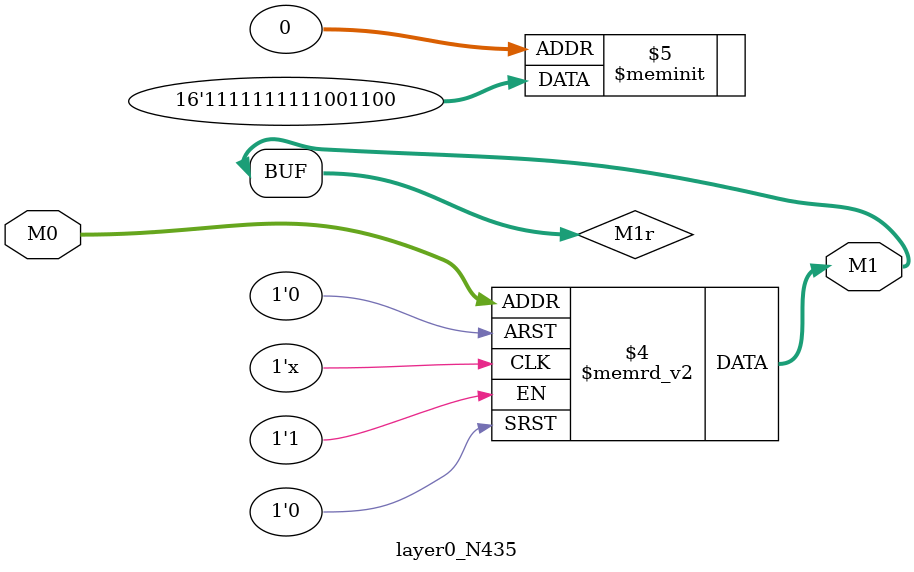
<source format=v>
module layer0_N435 ( input [2:0] M0, output [1:0] M1 );

	(*rom_style = "distributed" *) reg [1:0] M1r;
	assign M1 = M1r;
	always @ (M0) begin
		case (M0)
			3'b000: M1r = 2'b00;
			3'b100: M1r = 2'b11;
			3'b010: M1r = 2'b00;
			3'b110: M1r = 2'b11;
			3'b001: M1r = 2'b11;
			3'b101: M1r = 2'b11;
			3'b011: M1r = 2'b11;
			3'b111: M1r = 2'b11;

		endcase
	end
endmodule

</source>
